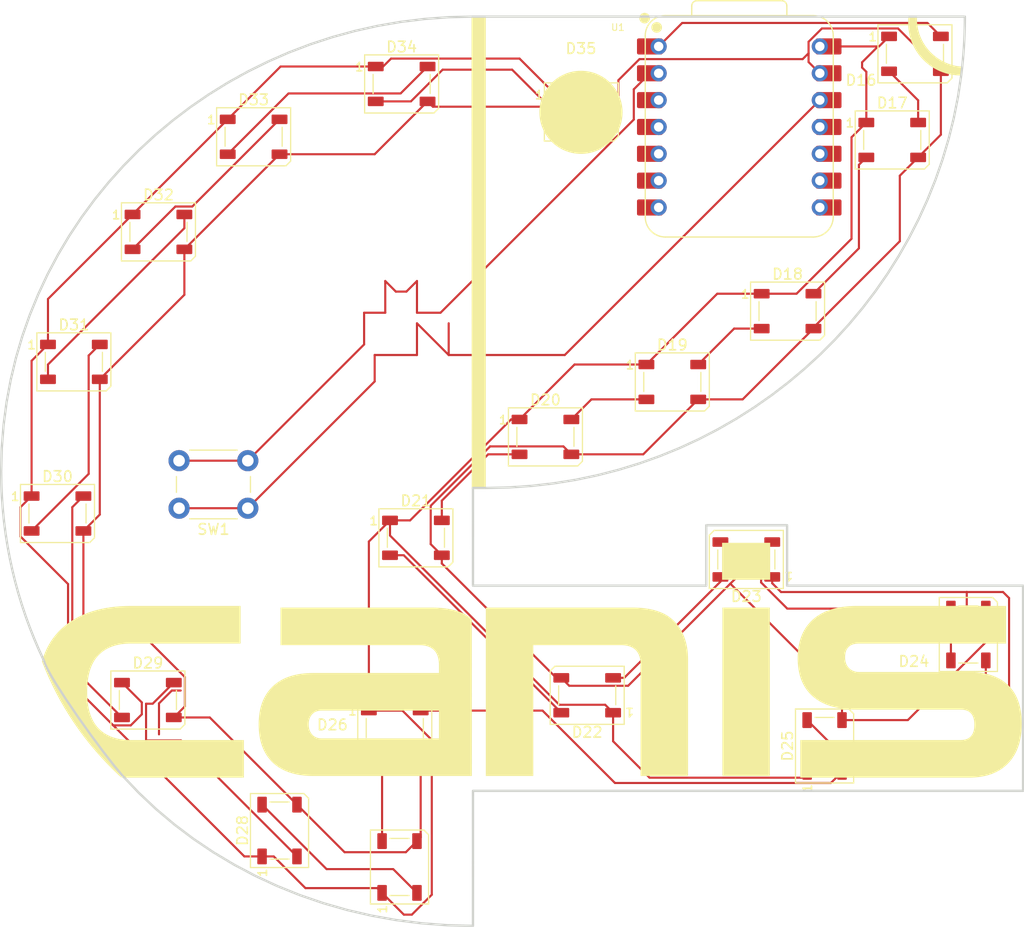
<source format=kicad_pcb>
(kicad_pcb (version 20241229) (generator "pcbnew") (generator_version "9.0")
  (layers (0 "F.Cu" signal) (2 "B.Cu" signal) (13 "F.Paste" user) (15 "B.Paste" user) (5 "F.SilkS" user "F.Silkscreen") (7 "B.SilkS" user "B.Silkscreen") (1 "F.Mask" user) (3 "B.Mask" user) (25 "Edge.Cuts" user))
  (net 0 "")
  (net 1 "Net-(D16-VDD)")
  (net 2 "Net-(D16-DIN)")
  (net 3 "Net-(D16-DOUT)")
  (net 4 "Net-(D16-VSS)")
  (net 5 "Net-(D17-DOUT)")
  (net 6 "Net-(D18-DOUT)")
  (net 7 "Net-(D19-DOUT)")
  (net 8 "Net-(D20-DOUT)")
  (net 9 "Net-(D21-DOUT)")
  (net 10 "Net-(D22-DOUT)")
  (net 11 "Net-(D23-DOUT)")
  (net 12 "Net-(D24-DOUT)")
  (net 13 "Net-(D25-DOUT)")
  (net 14 "Net-(D26-DOUT)")
  (net 15 "Net-(D27-DOUT)")
  (net 16 "Net-(D28-DOUT)")
  (net 17 "Net-(D29-DOUT)")
  (net 18 "Net-(D30-DOUT)")
  (net 19 "Net-(D31-DOUT)")
  (net 20 "Net-(D32-DOUT)")
  (net 21 "Net-(D33-DOUT)")
  (net 22 "Net-(D34-DOUT)")
  (net 27 "Net-(U1-3V3)")
  (net 33 "Net-(U1-GPIO27{slash}ADC1{slash}A1)")
  (footprint "LED_SMD:LED_WS2812B_PLCC4_5.0x5.0mm_P3.2mm" (layer "F.Cu") (at 57.1 71.2 180)
    (property "Reference" "D22")
    (property "Value" "WS2812B")
  )
  (footprint "LED_SMD:LED_WS2812B_PLCC4_5.0x5.0mm_P3.2mm" (layer "F.Cu") (at 56.55 16)
    (property "Reference" "D35")
    (property "Value" "WS2812B")
  )
  (footprint "LED_SMD:LED_WS2812B_PLCC4_5.0x5.0mm_P3.2mm" (layer "F.Cu") (at 25.55 18.35)
    (property "Reference" "D33")
    (property "Value" "WS2812B")
  )
  (footprint "LED_SMD:LED_WS2812B_PLCC4_5.0x5.0mm_P3.2mm" (layer "F.Cu") (at 76.05 34.85)
    (property "Reference" "D18")
    (property "Value" "WS2812B")
  )
  (footprint "LED_SMD:LED_WS2812B_PLCC4_5.0x5.0mm_P3.2mm" (layer "F.Cu") (at 7 54)
    (property "Reference" "D30")
    (property "Value" "WS2812B")
  )
  (footprint "LED_SMD:LED_WS2812B_PLCC4_5.0x5.0mm_P3.2mm" (layer "F.Cu") (at 53.15 46.75)
    (property "Reference" "D20")
    (property "Value" "WS2812B")
  )
  (footprint "LED_SMD:LED_WS2812B_PLCC4_5.0x5.0mm_P3.2mm" (layer "F.Cu") (at 39.35 87.45 90)
    (property "Reference" "D27" (hide yes))
    (property "Value" "WS2812B")
  )
  (footprint "LED_SMD:LED_WS2812B_PLCC4_5.0x5.0mm_P3.2mm" (layer "F.Cu") (at 39.55 13.35)
    (property "Reference" "D34")
    (property "Value" "WS2812B")
  )
  (footprint "LED_SMD:LED_WS2812B_PLCC4_5.0x5.0mm_P3.2mm" (layer "F.Cu") (at 38.9 74.3)
    (property "Reference" "D26")
    (property "Value" "WS2812B")
  )
  (footprint "LED_SMD:LED_WS2812B_PLCC4_5.0x5.0mm_P3.2mm" (layer "F.Cu") (at 15.55 71.65)
    (property "Reference" "D29")
    (property "Value" "WS2812B")
  )
  (footprint "LED_SMD:LED_WS2812B_PLCC4_5.0x5.0mm_P3.2mm" (layer "F.Cu") (at 88.1 10.5)
    (property "Reference" "D16")
    (property "Value" "WS2812B")
  )
  (footprint "XIAO RP2040:XIAO-RP2040-DIP" (layer "F.Cu") (at 71.48 17.42)
    (property "Reference" "U1")
    (property "Value" "XIAO-RP2040-DIP")
  )
  (footprint "LED_SMD:LED_WS2812B_PLCC4_5.0x5.0mm_P3.2mm" (layer "F.Cu") (at 40.9 56.3)
    (property "Reference" "D21")
    (property "Value" "WS2812B")
  )
  (footprint "LED_SMD:LED_WS2812B_PLCC4_5.0x5.0mm_P3.2mm" (layer "F.Cu") (at 28 84 90)
    (property "Reference" "D28")
    (property "Value" "WS2812B")
  )
  (footprint "LED_SMD:LED_WS2812B_PLCC4_5.0x5.0mm_P3.2mm" (layer "F.Cu") (at 72.15 58.35 180)
    (property "Reference" "D23")
    (property "Value" "WS2812B")
  )
  (footprint "LED_SMD:LED_WS2812B_PLCC4_5.0x5.0mm_P3.2mm" (layer "F.Cu") (at 8.55 39.65)
    (property "Reference" "D31")
    (property "Value" "WS2812B")
  )
  (footprint "Button_Switch_THT:SW_PUSH_6mm_H5mm" (layer "F.Cu") (at 25 53.5 180)
    (property "Reference" "SW1")
    (property "Value" "SW_Push")
  )
  (footprint "LED_SMD:LED_WS2812B_PLCC4_5.0x5.0mm_P3.2mm" (layer "F.Cu") (at 85.95 18.65)
    (property "Reference" "D17")
    (property "Value" "WS2812B")
  )
  (footprint "LED_SMD:LED_WS2812B_PLCC4_5.0x5.0mm_P3.2mm" (layer "F.Cu") (at 16.55 27.35)
    (property "Reference" "D32")
    (property "Value" "WS2812B")
  )
  (footprint "LED_SMD:LED_WS2812B_PLCC4_5.0x5.0mm_P3.2mm" (layer "F.Cu") (at 65.15 41.55)
    (property "Reference" "D19")
    (property "Value" "WS2812B")
  )
  (footprint "LED_SMD:LED_WS2812B_PLCC4_5.0x5.0mm_P3.2mm" (layer "F.Cu") (at 93.15 65.45 90)
    (property "Reference" "D24")
    (property "Value" "WS2812B")
  )
  (footprint "LED_SMD:LED_WS2812B_PLCC4_5.0x5.0mm_P3.2mm" (layer "F.Cu") (at 79.55 76 90)
    (property "Reference" "D25")
    (property "Value" "WS2812B")
  )
  (gr_poly (pts (xy 74.405984 60.269271) (xy 69.856534 60.269271) (xy 69.856534 56.772145) (xy 74.405984 56.772145)) (stroke (width -0.000001)) (fill yes) (layer "F.SilkS"))
  (gr_poly (pts (xy 96.720407 66.304532) (xy 82.824104 66.304532) (xy 82.662978 66.30961) (xy 82.586311 66.315957) (xy 82.512242 66.324843) (xy 82.440771 66.336269) (xy 82.371898 66.350233) (xy 82.305623 66.366736) (xy 82.241946 66.385777) (xy 82.180867 66.407358) (xy 82.122386 66.431478) (xy 82.066504 66.458136) (xy 82.01322 66.487333) (xy 81.962534 66.519069) (xy 81.914448 66.553343) (xy 81.868959 66.590157) (xy 81.82607 66.629509) (xy 81.785779 66.6714) (xy 81.748087 66.715829) (xy 81.712994 66.762798) (xy 81.6805 66.812304) (xy 81.650605 66.86435) (xy 81.623309 66.918934) (xy 81.598613 66.976057) (xy 81.576515 67.035718) (xy 81.557018 67.097918) (xy 81.540119 67.162657) (xy 81.52582 67.229934) (xy 81.514121 67.29975) (xy 81.505022 67.372104) (xy 81.498522 67.446997) (xy 81.494622 67.524428) (xy 81.493322 67.604398) (xy 81.494774 67.684555) (xy 81.499131 67.762532) (xy 81.506392 67.838331) (xy 81.516557 67.911952) (xy 81.529625 67.983396) (xy 81.545597 68.052662) (xy 81.564473 68.119752) (xy 81.586251 68.184666) (xy 81.610932 68.247405) (xy 81.638515 68.30797) (xy 81.669001 68.36636) (xy 81.702389 68.422577) (xy 81.738679 68.476622) (xy 81.77787 68.528494) (xy 81.819963 68.578194) (xy 81.864957 68.625724) (xy 81.912242 68.670712) (xy 81.961211 68.71279) (xy 82.011864 68.751957) (xy 82.064202 68.788216) (xy 82.118227 68.821567) (xy 82.173939 68.852011) (xy 82.231339 68.879551) (xy 82.29043 68.904186) (xy 82.351211 68.925919) (xy 82.413684 68.944751) (xy 82.47785 68.960681) (xy 82.543711 68.973713) (xy 82.611266 68.983847) (xy 82.680517 68.991084) (xy 82.751466 68.995425) (xy 82.824114 68.996872) (xy 93.223125 68.996872) (xy 93.520461 69.001769) (xy 93.808972 69.01646) (xy 94.088659 69.040946) (xy 94.359522 69.075225) (xy 94.621562 69.119299) (xy 94.874778 69.173166) (xy 95.119172 69.236827) (xy 95.354744 69.310282) (xy 95.581494 69.39353) (xy 95.799422 69.486571) (xy 96.00853 69.589406) (xy 96.208818 69.702034) (xy 96.400285 69.824455) (xy 96.582933 69.956669) (xy 96.756762 70.098676) (xy 96.921773 70.250476) (xy 97.077292 70.41158) (xy 97.222772 70.581502) (xy 97.358213 70.760242) (xy 97.483617 70.947802) (xy 97.598983 71.144184) (xy 97.704314 71.34939) (xy 97.799609 71.563419) (xy 97.88487 71.786275) (xy 97.960097 72.017958) (xy 98.025291 72.25847) (xy 98.080453 72.507813) (xy 98.125584 72.765987) (xy 98.160685 73.032994) (xy 98.185755 73.308836) (xy 98.200797 73.593514) (xy 98.205811 73.88703) (xy 98.200733 74.184597) (xy 98.185499 74.473827) (xy 98.16011 74.754721) (xy 98.124565 75.027277) (xy 98.078865 75.291494) (xy 98.02301 75.547373) (xy 97.956999 75.794912) (xy 97.880834 76.034111) (xy 97.794514 76.264968) (xy 97.698039 76.487484) (xy 97.591409 76.701657) (xy 97.474625 76.907487) (xy 97.347686 77.104973) (xy 97.210593 77.294114) (xy 97.063346 77.47491) (xy 96.905945 77.64736) (xy 96.739304 77.810378) (xy 96.564186 77.962878) (xy 96.380593 78.104861) (xy 96.188526 78.236327) (xy 95.987986 78.357275) (xy 95.778974 78.467707) (xy 95.561491 78.56762) (xy 95.335538 78.657017) (xy 95.101116 78.735896) (xy 94.858227 78.804258) (xy 94.606871 78.862103) (xy 94.347049 78.90943) (xy 94.078762 78.94624) (xy 93.802012 78.972533) (xy 93.516799 78.988309) (xy 93.223125 78.993568) (xy 77.253423 78.993568) (xy 77.253418 78.993558) (xy 77.253418 75.434509) (xy 92.418741 75.434509) (xy 92.498709 75.433088) (xy 92.576139 75.428826) (xy 92.65103 75.421723) (xy 92.723382 75.411779) (xy 92.793196 75.398994) (xy 92.86047 75.383367) (xy 92.925206 75.3649) (xy 92.987403 75.343591) (xy 93.047061 75.319442) (xy 93.10418 75.292452) (xy 93.158761 75.26262) (xy 93.210803 75.229948) (xy 93.260306 75.194434) (xy 93.30727 75.15608) (xy 93.351696 75.114885) (xy 93.393583 75.07085) (xy 93.432932 75.023973) (xy 93.469741 74.974256) (xy 93.504012 74.921698) (xy 93.535745 74.866299) (xy 93.564938 74.80806) (xy 93.591593 74.74698) (xy 93.61571 74.683059) (xy 93.637288 74.616298) (xy 93.656327 74.546696) (xy 93.672827 74.474254) (xy 93.68679 74.398971) (xy 93.698213 74.320848) (xy 93.707098 74.239884) (xy 93.713444 74.15608) (xy 93.717252 74.069435) (xy 93.718521 73.97995) (xy 93.713444 73.807547) (xy 93.698213 73.646266) (xy 93.68679 73.569797) (xy 93.672828 73.496108) (xy 93.656328 73.425201) (xy 93.637289 73.357074) (xy 93.615711 73.291727) (xy 93.591595 73.229162) (xy 93.564941 73.169377) (xy 93.535747 73.112373) (xy 93.504015 73.05815) (xy 93.469744 73.006707) (xy 93.432935 72.958045) (xy 93.393587 72.912164) (xy 93.3517 72.869063) (xy 93.307274 72.828743) (xy 93.26031 72.791204) (xy 93.210807 72.756446) (xy 93.158765 72.724468) (xy 93.104184 72.695271) (xy 93.047065 72.668855) (xy 92.987407 72.645219) (xy 92.92521 72.624364) (xy 92.860474 72.60629) (xy 92.793199 72.590996) (xy 92.723385 72.578483) (xy 92.651032 72.568751) (xy 92.576141 72.561799) (xy 92.49871 72.557628) (xy 92.418741 72.556238) (xy 82.607649 72.556238) (xy 82.268557 72.551341) (xy 81.939855 72.536649) (xy 81.621545 72.512163) (xy 81.313628 72.477884) (xy 81.016103 72.43381) (xy 80.728972 72.379942) (xy 80.452234 72.316281) (xy 80.185891 72.242826) (xy 79.929944 72.159577) (xy 79.684392 72.066535) (xy 79.449237 71.9637) (xy 79.224479 71.851072) (xy 79.010118 71.72865) (xy 78.806156 71.596436) (xy 78.612592 71.454429) (xy 78.429428 71.302629) (xy 78.257025 71.141714) (xy 78.095745 70.972206) (xy 77.945587 70.794105) (xy 77.806553 70.607413) (xy 77.678641 70.412128) (xy 77.561852 70.208252) (xy 77.456186 69.995784) (xy 77.361643 69.774725) (xy 77.278222 69.545074) (xy 77.205924 69.306833) (xy 77.144749 69.060001) (xy 77.094697 68.804579) (xy 77.055768 68.540567) (xy 77.027961 68.267965) (xy 77.011277 67.986773) (xy 77.005715 67.696992) (xy 77.01134 67.403448) (xy 77.028213 67.118477) (xy 77.056333 66.842078) (xy 77.0957 66.574253) (xy 77.146311 66.315005) (xy 77.208166 66.064333) (xy 77.281263 65.82224) (xy 77.365602 65.588727) (xy 77.461181 65.363796) (xy 77.567998 65.147447) (xy 77.686054 64.939683) (xy 77.815345 64.740505) (xy 77.955872 64.549913) (xy 78.107633 64.367911) (xy 78.270627 64.194498) (xy 78.444853 64.029677) (xy 78.629785 63.874153) (xy 78.824747 63.728659) (xy 79.029738 63.593198) (xy 79.244761 63.467768) (xy 79.469815 63.352371) (xy 79.704902 63.247006) (xy 79.95002 63.151675) (xy 80.205172 63.066377) (xy 80.470358 62.991112) (xy 80.745579 62.925882) (xy 81.030834 62.870686) (xy 81.326126 62.825525) (xy 81.631453 62.7904) (xy 81.946817 62.765309) (xy 82.272219 62.750255) (xy 82.607659 62.745237) (xy 96.720407 62.745237)) (stroke (width -0.000001)) (fill yes) (layer "F.SilkS"))
  (gr_poly (pts (xy 24.321689 66.304442) (xy 13.953929 66.304442) (xy 13.706139 66.308792) (xy 13.465722 66.321844) (xy 13.23268 66.343599) (xy 13.007013 66.374057) (xy 12.788722 66.413219) (xy 12.577808 66.461087) (xy 12.374273 66.517661) (xy 12.178116 66.582942) (xy 11.989339 66.656932) (xy 11.807943 66.739631) (xy 11.633929 66.83104) (xy 11.467298 66.931161) (xy 11.308051 67.039993) (xy 11.156188 67.157539) (xy 11.011711 67.283799) (xy 10.874621 67.418774) (xy 10.745302 67.562864) (xy 10.624322 67.716622) (xy 10.511683 67.880049) (xy 10.407384 68.053145) (xy 10.311427 68.235912) (xy 10.223811 68.428349) (xy 10.144537 68.630457) (xy 10.073605 68.842237) (xy 10.011017 69.06369) (xy 9.956772 69.294815) (xy 9.910872 69.535614) (xy 9.873315 69.786087) (xy 9.844104 70.046235) (xy 9.823238 70.316058) (xy 9.810719 70.595557) (xy 9.806545 70.884733) (xy 9.810719 71.170185) (xy 9.823238 71.446207) (xy 9.844104 71.712798) (xy 9.873315 71.969958) (xy 9.910872 72.217687) (xy 9.956772 72.455985) (xy 10.011017 72.684852) (xy 10.073605 72.904287) (xy 10.144537 73.114292) (xy 10.223811 73.314865) (xy 10.311427 73.506008) (xy 10.407384 73.687719) (xy 10.511683 73.859999) (xy 10.624322 74.022848) (xy 10.745302 74.176266) (xy 10.874621 74.320252) (xy 11.011711 74.455159) (xy 11.156188 74.581367) (xy 11.308051 74.698875) (xy 11.467298 74.807682) (xy 11.633929 74.907788) (xy 11.807943 74.999193) (xy 11.989339 75.081895) (xy 12.178116 75.155894) (xy 12.374273 75.221189) (xy 12.577808 75.277781) (xy 12.788722 75.325667) (xy 13.007013 75.364849) (xy 13.23268 75.395324) (xy 13.465722 75.417093) (xy 13.706139 75.430155) (xy 13.953929 75.434509) (xy 24.631155 75.434509) (xy 24.631155 78.993393) (xy 13.953927 78.993393) (xy 13.711676 78.991623) (xy 13.472608 78.986308) (xy 13.236709 78.977442) (xy 13.003962 78.965016) (xy 13.003964 78.965011) (xy 12.36994 78.363502) (xy 11.759183 77.750362) (xy 11.171471 77.125699) (xy 10.606586 76.489623) (xy 10.064307 75.842246) (xy 9.544415 75.183675) (xy 9.04669 74.514022) (xy 8.570912 73.833396) (xy 8.116862 73.141906) (xy 7.684319 72.439663) (xy 7.273065 71.726776) (xy 6.882878 71.003356) (xy 6.513541 70.269512) (xy 6.164832 69.525353) (xy 5.836532 68.77099) (xy 5.528421 68.006533) (xy 5.528339 68.006453) (xy 5.601051 67.764281) (xy 5.680378 67.527707) (xy 5.76632 67.296732) (xy 5.858875 67.071355) (xy 5.958045 66.851578) (xy 6.063828 66.637399) (xy 6.176224 66.42882) (xy 6.295234 66.225841) (xy 6.420856 66.028462) (xy 6.553092 65.836682) (xy 6.691939 65.650503) (xy 6.837399 65.469925) (xy 6.989471 65.294947) (xy 7.148155 65.125571) (xy 7.31345 64.961796) (xy 7.485356 64.803622) (xy 7.782656 64.554331) (xy 8.094219 64.321127) (xy 8.420045 64.104011) (xy 8.760134 63.902981) (xy 9.114487 63.718036) (xy 9.483104 63.549178) (xy 9.865987 63.396404) (xy 10.263135 63.259714) (xy 10.674548 63.139107) (xy 11.100228 63.034583) (xy 11.540175 62.946142) (xy 11.994389 62.873782) (xy 12.462871 62.817503) (xy 12.945622 62.777305) (xy 13.44264 62.753186) (xy 13.953929 62.745147) (xy 24.321689 62.745147)) (stroke (width -0.000001)) (fill yes) (layer "F.SilkS"))
  (gr_poly (pts (xy 87.489043 6.999941) (xy 88.288592 7.000023) (xy 88.287321 7.040519) (xy 88.286419 7.081069) (xy 88.285825 7.121697) (xy 88.28548 7.162424) (xy 88.290553 7.387974) (xy 88.306479 7.610712) (xy 88.333002 7.830381) (xy 88.369864 8.046724) (xy 88.416809 8.259483) (xy 88.47358 8.4684) (xy 88.539921 8.673217) (xy 88.615574 8.873678) (xy 88.700284 9.069525) (xy 88.793792 9.260499) (xy 88.895843 9.446344) (xy 89.00618 9.626802) (xy 89.124545 9.801615) (xy 89.250683 9.970526) (xy 89.384336 10.133277) (xy 89.525248 10.289611) (xy 89.673162 10.43927) (xy 89.827821 10.581997) (xy 89.988969 10.717533) (xy 90.156348 10.845622) (xy 90.329703 10.966005) (xy 90.508776 11.078426) (xy 90.69331 11.182627) (xy 90.883049 11.278349) (xy 91.077736 11.365336) (xy 91.277115 11.443331) (xy 91.480928 11.512074) (xy 91.688919 11.571309) (xy 91.900831 11.620779) (xy 92.116407 11.660226) (xy 92.335391 11.689391) (xy 92.557526 11.708018) (xy 92.460575 12.544794) (xy 92.446723 12.544984) (xy 92.432845 12.545081) (xy 92.405051 12.545122) (xy 92.149983 12.538167) (xy 91.898272 12.518509) (xy 91.650231 12.486461) (xy 91.40617 12.442338) (xy 91.166401 12.386452) (xy 90.931237 12.319117) (xy 90.70099 12.240645) (xy 90.475971 12.15135) (xy 90.256491 12.051546) (xy 90.042864 11.941546) (xy 89.8354 11.821663) (xy 89.634411 11.69221) (xy 89.44021 11.553501) (xy 89.253107 11.405848) (xy 89.073416 11.249566) (xy 88.901447 11.084967) (xy 88.737513 10.912365) (xy 88.581925 10.732072) (xy 88.434996 10.544403) (xy 88.297036 10.349671) (xy 88.168358 10.148189) (xy 88.049274 9.940269) (xy 87.940095 9.726227) (xy 87.841134 9.506373) (xy 87.752701 9.281023) (xy 87.67511 9.050489) (xy 87.608671 8.815085) (xy 87.553697 8.575124) (xy 87.510499 8.330918) (xy 87.47939 8.082783) (xy 87.46068 7.831029) (xy 87.454682 7.575972) (xy 87.455385 7.503046) (xy 87.457121 7.430372) (xy 87.459888 7.357956) (xy 87.463681 7.285803) (xy 87.468497 7.213919) (xy 87.474332 7.14231) (xy 87.481182 7.070982) (xy 87.489043 6.99994)) (stroke (width -0.000001)) (fill yes) (layer "F.SilkS"))
  (gr_poly (pts (xy 61.743352 62.905268) (xy 62.066581 62.921045) (xy 62.378322 62.947339) (xy 62.678577 62.984152) (xy 62.967344 63.031483) (xy 63.244623 63.089334) (xy 63.510414 63.157704) (xy 63.764716 63.236593) (xy 64.007529 63.326003) (xy 64.238852 63.425934) (xy 64.458686 63.536385) (xy 64.66703 63.657358) (xy 64.863884 63.788852) (xy 65.049246 63.930868) (xy 65.223118 64.083407) (xy 65.385498 64.246468) (xy 65.537297 64.418081) (xy 65.679304 64.596338) (xy 65.811519 64.781241) (xy 65.93394 64.97279) (xy 66.046569 65.170986) (xy 66.149404 65.37583) (xy 66.242446 65.587323) (xy 66.325694 65.805466) (xy 66.399149 66.030259) (xy 66.462811 66.261703) (xy 66.516678 66.4998) (xy 66.560752 66.744549) (xy 66.595032 66.995952) (xy 66.619518 67.25401) (xy 66.634209 67.518723) (xy 66.639106 67.790092) (xy 66.639106 78.838875) (xy 62.151419 78.838875) (xy 62.151419 68.316339) (xy 62.149606 68.202073) (xy 62.144167 68.091436) (xy 62.135102 67.984428) (xy 62.12241 67.881049) (xy 62.106092 67.781298) (xy 62.086147 67.685176) (xy 62.062576 67.592682) (xy 62.035378 67.503817) (xy 62.004553 67.418579) (xy 61.970102 67.33697) (xy 61.932023 67.258989) (xy 61.890318 67.184636) (xy 61.844985 67.113911) (xy 61.796025 67.046813) (xy 61.743438 66.983343) (xy 61.687223 66.923501) (xy 61.627381 66.867287) (xy 61.563911 66.814699) (xy 61.496813 66.765739) (xy 61.426088 66.720407) (xy 61.351735 66.678701) (xy 61.273754 66.640622) (xy 61.192145 66.606171) (xy 61.106908 66.575346) (xy 61.018042 66.548148) (xy 60.925548 66.524577) (xy 60.829426 66.504632) (xy 60.729675 66.488314) (xy 60.626296 66.475622) (xy 60.519288 66.466557) (xy 60.408651 66.461118) (xy 60.294385 66.459305) (xy 52.000031 66.459305) (xy 52.000031 78.838875) (xy 47.512424 78.838875) (xy 47.512424 78.83887) (xy 47.512424 62.900009) (xy 61.408637 62.900009)) (stroke (width -0.000001)) (fill yes) (layer "F.SilkS"))
  (gr_poly (pts (xy 56.714335 12.107084) (xy 56.913951 12.122283) (xy 57.110679 12.14731) (xy 57.30427 12.181919) (xy 57.494478 12.225862) (xy 57.681054 12.278891) (xy 57.863749 12.340757) (xy 58.042317 12.411214) (xy 58.216509 12.490012) (xy 58.386077 12.576905) (xy 58.550774 12.671645) (xy 58.710351 12.773983) (xy 58.864561 12.883672) (xy 59.013155 13.000464) (xy 59.155886 13.124112) (xy 59.292505 13.254366) (xy 59.422766 13.39098) (xy 59.546419 13.533705) (xy 59.663217 13.682294) (xy 59.772913 13.836499) (xy 59.875257 13.996073) (xy 59.970003 14.160766) (xy 60.056902 14.330331) (xy 60.135706 14.504521) (xy 60.206168 14.683088) (xy 60.268039 14.865783) (xy 60.321072 15.052359) (xy 60.365018 15.242569) (xy 60.39963 15.436163) (xy 60.42466 15.632895) (xy 60.43986 15.832517) (xy 60.444981 16.03478) (xy 60.43986 16.237036) (xy 60.42466 16.436651) (xy 60.39963 16.633378) (xy 60.365018 16.826968) (xy 60.321072 17.017173) (xy 60.268039 17.203746) (xy 60.206168 17.386439) (xy 60.135706 17.565004) (xy 60.056902 17.739193) (xy 59.970003 17.908758) (xy 59.875257 18.073451) (xy 59.772913 18.233024) (xy 59.663217 18.38723) (xy 59.546419 18.53582) (xy 59.422766 18.678547) (xy 59.292505 18.815163) (xy 59.155886 18.94542) (xy 59.013155 19.069069) (xy 58.864561 19.185863) (xy 58.710351 19.295555) (xy 58.550774 19.397896) (xy 58.386077 19.492638) (xy 58.216509 19.579534) (xy 58.042317 19.658335) (xy 57.863749 19.728794) (xy 57.681054 19.790662) (xy 57.494478 19.843693) (xy 57.30427 19.887637) (xy 57.110679 19.922248) (xy 56.913951 19.947276) (xy 56.714335 19.962475) (xy 56.512079 19.967597) (xy 56.309831 19.962475) (xy 56.110222 19.947276) (xy 55.913502 19.922248) (xy 55.719917 19.887637) (xy 55.529715 19.843693) (xy 55.343146 19.790662) (xy 55.160455 19.728794) (xy 54.981892 19.658335) (xy 54.807705 19.579534) (xy 54.638141 19.492638) (xy 54.473448 19.397896) (xy 54.313874 19.295555) (xy 54.159668 19.185863) (xy 54.011077 19.069069) (xy 53.868348 18.94542) (xy 53.731731 18.815163) (xy 53.601472 18.678547) (xy 53.477821 18.535821) (xy 53.361024 18.38723) (xy 53.25133 18.233024) (xy 53.148986 18.073451) (xy 53.054242 17.908758) (xy 52.967343 17.739193) (xy 52.88854 17.565004) (xy 52.818079 17.386439) (xy 52.756208 17.203747) (xy 52.703175 17.017173) (xy 52.659229 16.826968) (xy 52.624617 16.633378) (xy 52.599587 16.436652) (xy 52.584388 16.237036) (xy 52.579266 16.034781) (xy 52.584388 15.832517) (xy 52.599587 15.632896) (xy 52.624617 15.436164) (xy 52.659229 15.242569) (xy 52.703175 15.05236) (xy 52.756207 14.865784) (xy 52.818078 14.683088) (xy 52.888539 14.504522) (xy 52.967343 14.330332) (xy 53.054241 14.160766) (xy 53.148985 13.996073) (xy 53.251329 13.8365) (xy 53.361022 13.682295) (xy 53.477819 13.533706) (xy 53.601471 13.39098) (xy 53.731729 13.254366) (xy 53.868346 13.124112) (xy 54.011075 13.000465) (xy 54.159666 12.883673) (xy 54.313872 12.773984) (xy 54.473446 12.671646) (xy 54.638139 12.576906) (xy 54.807703 12.490013) (xy 54.98189 12.411214) (xy 55.160453 12.340758) (xy 55.343144 12.278891) (xy 55.529714 12.225863) (xy 55.719915 12.18192) (xy 55.913501 12.147311) (xy 56.110221 12.122283) (xy 56.30983 12.107085) (xy 56.512079 12.101964) (xy 56.512079 12.101963)) (stroke (width -0.000001)) (fill yes) (layer "F.SilkS"))
  (gr_poly (pts (xy 74.375067 78.838875) (xy 69.887461 78.838875) (xy 69.887461 78.83887) (xy 69.887461 62.900009) (xy 74.375067 62.900009)) (stroke (width -0.000001)) (fill yes) (layer "F.SilkS"))
  (gr_poly (pts (xy 42.71424 62.904154) (xy 43.02138 62.916855) (xy 43.317708 62.938025) (xy 43.603224 62.967661) (xy 43.877928 63.005765) (xy 44.141821 63.052336) (xy 44.394901 63.107373) (xy 44.63717 63.170876) (xy 44.868626 63.242846) (xy 45.089269 63.323281) (xy 45.2991 63.412182) (xy 45.498118 63.509548) (xy 45.686323 63.61538) (xy 45.863715 63.729676) (xy 46.030294 63.852436) (xy 46.18606 63.983661) (xy 46.192952 78.83879) (xy 31.192736 78.83879) (xy 30.883942 78.833834) (xy 30.584345 78.818966) (xy 30.293941 78.794184) (xy 30.01273 78.75949) (xy 29.740712 78.714881) (xy 29.477883 78.660357) (xy 29.224245 78.595918) (xy 28.979794 78.521563) (xy 28.74453 78.437292) (xy 28.518452 78.343103) (xy 28.301559 78.238997) (xy 28.093849 78.124973) (xy 27.895321 78.001029) (xy 27.705974 77.867167) (xy 27.525807 77.723384) (xy 27.354818 77.56968) (xy 27.193692 77.406876) (xy 27.042961 77.235608) (xy 26.902624 77.055875) (xy 26.772681 76.867678) (xy 26.653133 76.671016) (xy 26.543981 76.465889) (xy 26.445223 76.252297) (xy 26.35686 76.030241) (xy 26.278892 75.799719) (xy 26.21132 75.560732) (xy 26.154143 75.31328) (xy 26.107362 75.057362) (xy 26.070976 74.792979) (xy 26.044986 74.52013) (xy 26.029392 74.238815) (xy 26.024197 73.949195) (xy 30.759587 73.949195) (xy 30.760853 74.02184) (xy 30.764651 74.092788) (xy 30.770984 74.162038) (xy 30.779852 74.229592) (xy 30.791255 74.295452) (xy 30.805196 74.359617) (xy 30.821675 74.42209) (xy 30.840694 74.48287) (xy 30.862253 74.54196) (xy 30.886353 74.599361) (xy 30.912996 74.655073) (xy 30.942183 74.709097) (xy 30.973914 74.761435) (xy 31.008191 74.812088) (xy 31.045015 74.861057) (xy 31.084387 74.908342) (xy 31.126017 74.953335) (xy 31.169706 74.995425) (xy 31.215452 75.034613) (xy 31.263257 75.070898) (xy 31.31312 75.10428) (xy 31.365041 75.13476) (xy 31.419019 75.162336) (xy 31.475054 75.18701) (xy 31.533146 75.208782) (xy 31.593294 75.22765) (xy 31.655499 75.243616) (xy 31.719761 75.256678) (xy 31.786078 75.266838) (xy 31.854451 75.274096) (xy 31.92488 75.27845) (xy 31.997363 75.279901) (xy 43.076978 75.279901) (xy 43.076978 72.649244) (xy 31.997363 72.649244) (xy 31.92488 72.650633) (xy 31.854451 72.6548) (xy 31.786078 72.661745) (xy 31.719761 72.67147) (xy 31.655499 72.683974) (xy 31.593294 72.699257) (xy 31.533146 72.717321) (xy 31.475054 72.738165) (xy 31.419019 72.761789) (xy 31.365041 72.788195) (xy 31.31312 72.817382) (xy 31.263257 72.849351) (xy 31.215452 72.884102) (xy 31.169706 72.921635) (xy 31.126017 72.961952) (xy 31.084387 73.005051) (xy 31.045015 73.050447) (xy 31.008191 73.097653) (xy 30.973914 73.14667) (xy 30.942183 73.1975) (xy 30.912996 73.250142) (xy 30.886353 73.304599) (xy 30.862253 73.360872) (xy 30.840694 73.418961) (xy 30.821675 73.478867) (xy 30.805196 73.540592) (xy 30.791255 73.604137) (xy 30.779852 73.669503) (xy 30.770984 73.73669) (xy 30.764651 73.805701) (xy 30.760853 73.876535) (xy 30.759587 73.949195) (xy 26.024197 73.949195) (xy 26.024194 73.949034) (xy 26.029392 73.662975) (xy 26.044986 73.385136) (xy 26.070976 73.115519) (xy 26.107362 72.854123) (xy 26.154143 72.60095) (xy 26.21132 72.356) (xy 26.278892 72.119274) (xy 26.35686 71.890772) (xy 26.445223 71.670494) (xy 26.543981 71.458443) (xy 26.653133 71.254617) (xy 26.772681 71.059018) (xy 26.902624 70.871646) (xy 27.042961 70.692503) (xy 27.193692 70.521588) (xy 27.354818 70.358902) (xy 27.525807 70.205198) (xy 27.705974 70.061414) (xy 27.895321 69.92755) (xy 28.093849 69.803607) (xy 28.301559 69.689582) (xy 28.518452 69.585475) (xy 28.74453 69.491286) (xy 28.979794 69.407015) (xy 29.224245 69.33266) (xy 29.477883 69.268221) (xy 29.740712 69.213697) (xy 30.01273 69.169088) (xy 30.293941 69.134393) (xy 30.584345 69.109612) (xy 30.883942 69.094743) (xy 31.192736 69.089787) (xy 43.076897 69.089787) (xy 43.076897 68.34709) (xy 43.075084 68.230939) (xy 43.069644 68.118476) (xy 43.060578 68.0097) (xy 43.047886 67.904612) (xy 43.031567 67.803211) (xy 43.011621 67.705498) (xy 42.988049 67.611472) (xy 42.960851 67.521134) (xy 42.930027 67.434483) (xy 42.895576 67.35152) (xy 42.857499 67.272244) (xy 42.815796 67.196655) (xy 42.770467 67.124754) (xy 42.721511 67.05654) (xy 42.66893 66.992013) (xy 42.612722 66.931174) (xy 42.552889 66.874022) (xy 42.489429 66.820558) (xy 42.422343 66.770781) (xy 42.351631 66.724691) (xy 42.277294 66.682288) (xy 42.19933 66.643573) (xy 42.117741 66.608545) (xy 42.032525 66.577204) (xy 41.943684 66.54955) (xy 41.851217 66.525583) (xy 41.755124 66.505304) (xy 41.655406 66.488712) (xy 41.552062 66.475807) (xy 41.445092 66.466589) (xy 41.334496 66.461059) (xy 41.220275 66.459215) (xy 28.097598 66.459215) (xy 28.097515 62.89992) (xy 42.396289 62.89992)) (stroke (width -0.000001)) (fill yes) (layer "F.SilkS"))
  (gr_poly (pts (xy 47.512424 51.679798) (xy 46.180483 51.679798) (xy 46.180483 51.679803) (xy 46.17975 50.096635) (xy 46.160474 7.000102) (xy 47.512424 6.999938)) (stroke (width -0.000001)) (fill yes) (layer "F.SilkS"))
  (gr_poly (pts (xy 88.312096 6.97675) (xy 92.821599 6.97675) (xy 92.817673 7.571064) (xy 92.805926 8.163522) (xy 92.7864 8.754078) (xy 92.759141 9.342682) (xy 92.724192 9.929287) (xy 92.681598 10.513844) (xy 92.631403 11.096307) (xy 92.57365 11.676626) (xy 92.47686 12.511925) (xy 92.47686 12.512007) (xy 92.17051 14.56158) (xy 91.771054 16.579786) (xy 91.280733 18.564418) (xy 90.701786 20.513263) (xy 90.036455 22.424113) (xy 89.28698 24.294756) (xy 88.455602 26.122985) (xy 87.544562 27.906587) (xy 86.556099 29.643354) (xy 85.492455 31.331074) (xy 84.355871 32.967539) (xy 83.148586 34.550537) (xy 81.872841 36.07786) (xy 80.530878 37.547296) (xy 79.124936 38.956637) (xy 77.657257 40.303671) (xy 76.13008 41.586189) (xy 74.545647 42.801981) (xy 72.906198 43.948836) (xy 71.213974 45.024545) (xy 69.471214 46.026898) (xy 67.680161 46.953685) (xy 65.843054 47.802695) (xy 63.962135 48.571718) (xy 62.039643 49.258545) (xy 60.077819 49.860965) (xy 58.078904 50.376769) (xy 56.045139 50.803746) (xy 53.978764 51.139687) (xy 51.882019 51.38238) (xy 49.757146 51.529617) (xy 47.606385 51.579187) (xy 46.295767 51.579187) (xy 46.295767 51.579178) (xy 46.295687 51.579178) (xy 46.295691 51.579187) (xy 46.295767 51.579187) (xy 46.297243 60.828423) (xy 68.358793 60.828423) (xy 68.358793 55.10968) (xy 76.006336 55.10968) (xy 76.006336 60.828423) (xy 98.322888 60.828423) (xy 98.322888 80.24423) (xy 46.297248 80.24423) (xy 46.297248 80.729958) (xy 46.295691 93.020529) (xy 43.844478 92.959684) (xy 41.424357 92.776612) (xy 39.039525 92.473882) (xy 36.69418 92.054059) (xy 34.392518 91.51971) (xy 32.138737 90.873401) (xy 29.937032 90.117699) (xy 27.791601 89.25517) (xy 25.706641 88.28838) (xy 23.686348 87.219897) (xy 21.73492 86.052287) (xy 19.856553 84.788115) (xy 18.055445 83.429949) (xy 16.335792 81.980355) (xy 14.701791 80.4419) (xy 13.157639 78.81715) (xy 12.344785 77.847374) (xy 11.303077 76.506422) (xy 10.129802 74.923072) (xy 8.922248 73.2261) (xy 7.777701 71.544284) (xy 6.793449 70.0064) (xy 6.391835 69.331676) (xy 6.066777 68.741227) (xy 5.830437 68.251149) (xy 5.694974 67.877541) (xy 5.695057 67.877706) (xy 5.224815 66.850836) (xy 4.781742 65.810115) (xy 4.36627 64.755959) (xy 3.978832 63.688785) (xy 3.619861 62.609011) (xy 3.289788 61.517051) (xy 2.989047 60.413324) (xy 2.71807 59.298246) (xy 2.477289 58.172234) (xy 2.267137 57.035704) (xy 2.088047 55.889073) (xy 1.940451 54.732757) (xy 1.824781 53.567174) (xy 1.741471 52.392739) (xy 1.690952 51.209871) (xy 1.673657 50.018984) (xy 1.730678 47.805033) (xy 1.901919 45.620096) (xy 2.184578 43.466879) (xy 2.575854 41.348086) (xy 3.072946 39.26642) (xy 3.673052 37.224586) (xy 4.373372 35.225288) (xy 5.171103 33.27123) (xy 6.063445 31.365117) (xy 7.047596 29.509653) (xy 8.120755 27.707541) (xy 9.280121 25.961486) (xy 10.522892 24.274193) (xy 11.846267 22.648365) (xy 13.247444 21.086707) (xy 14.723624 19.591922) (xy 16.272003 18.166716) (xy 17.889781 16.813791) (xy 19.574156 15.535854) (xy 21.322328 14.335606) (xy 23.131495 13.215754) (xy 24.998855 12.179) (xy 26.921608 11.22805) (xy 28.896951 10.365607) (xy 30.922085 9.594376) (xy 32.994206 8.91706) (xy 35.110515 8.336364) (xy 37.268209 7.854993) (xy 39.464488 7.47565) (xy 41.69655 7.201039) (xy 43.961594 7.033865) (xy 46.256818 6.976832) (xy 87.513956 6.976668)) (stroke (width 0.222276)) (fill no) (layer "Edge.Cuts"))
  (segment (start 17.8161 70.751) (end 18.65 70.751) (width 0.2) (layer "F.Cu") (net 0))
  (segment (start 16.6 71.9671) (end 17.8161 70.751) (width 0.2) (layer "F.Cu") (net 0))
  (segment (start 16.6 74.9) (end 16.6 71.9671) (width 0.2) (layer "F.Cu") (net 0))
  (segment (start 14.975452 71.875452) (end 13.1 70) (width 0.2) (layer "F.Cu") (net 1))
  (segment (start 7.998 69.773452) (end 12.275548 74.051) (width 0.2) (layer "F.Cu") (net 1))
  (segment (start 39.625452 72.65) (end 42.401 75.425548) (width 0.2) (layer "F.Cu") (net 1))
  (segment (start 27.45 86.45) (end 26.35 86.45) (width 0.2) (layer "F.Cu") (net 1))
  (segment (start 93 61.429423) (end 93 64) (width 0.2) (layer "F.Cu") (net 1))
  (segment (start 77.35 79) (end 77.9 78.45) (width 0.2) (layer "F.Cu") (net 1))
  (segment (start 74.6 60.6) (end 75.429423 61.429423) (width 0.2) (layer "F.Cu") (net 1))
  (segment (start 83.5 17) (end 82.1 18.4) (width 0.2) (layer "F.Cu") (net 1))
  (segment (start 6.1 38) (end 6.1 33.7) (width 0.2) (layer "F.Cu") (net 1))
  (segment (start 3.499 56.174452) (end 7.998 60.673452) (width 0.2) (layer "F.Cu") (net 1))
  (segment (start 75.429423 61.429423) (end 93 61.429423) (width 0.2) (layer "F.Cu") (net 1))
  (segment (start 3.499 53.401) (end 3.499 56.174452) (width 0.2) (layer "F.Cu") (net 1))
  (segment (start 58.799 72.099) (end 54.4661 72.099) (width 0.2) (layer "F.Cu") (net 1))
  (segment (start 49.9 45.1) (end 40.35 54.65) (width 0.2) (layer "F.Cu") (net 1))
  (segment (start 79.1 9.8) (end 84.6 9.8) (width 0.2) (layer "F.Cu") (net 1))
  (segment (start 13.924452 74.051) (end 14.975452 73) (width 0.2) (layer "F.Cu") (net 1))
  (segment (start 24.674548 86.45) (end 12.275548 74.051) (width 0.2) (layer "F.Cu") (net 1))
  (segment (start 28.1 11.7) (end 37.1 11.7) (width 0.2) (layer "F.Cu") (net 1))
  (segment (start 50.7 45.1) (end 49.9 45.1) (width 0.2) (layer "F.Cu") (net 1))
  (segment (start 83.1 11.8) (end 83.5 12.2) (width 0.2) (layer "F.Cu") (net 1))
  (segment (start 59.55 72.85) (end 58.799 72.099) (width 0.2) (layer "F.Cu") (net 1))
  (segment (start 36.45 72.65) (end 39.625452 72.65) (width 0.2) (layer "F.Cu") (net 1))
  (segment (start 42.401 90.074452) (end 40.516007 91.959445) (width 0.2) (layer "F.Cu") (net 1))
  (segment (start 97 77) (end 97 62) (width 0.2) (layer "F.Cu") (net 1))
  (segment (start 38.45 54.65) (end 38.05 55.05) (width 0.2) (layer "F.Cu") (net 1))
  (segment (start 36.45 56.65) (end 36.45 72.65) (width 0.2) (layer "F.Cu") (net 1))
  (segment (start 37.7 11.8) (end 38.551 10.949) (width 0.2) (layer "F.Cu") (net 1))
  (segment (start 4.55 52.35) (end 3.499 53.401) (width 0.2) (layer "F.Cu") (net 1))
  (segment (start 84.6 9.8) (end 84.7 9.8) (width 0.2) (layer "F.Cu") (net 1))
  (segment (start 83.1 11.3) (end 83.1 11.8) (width 0.2) (layer "F.Cu") (net 1))
  (segment (start 40.516007 91.959445) (end 39.759445 91.959445) (width 0.2) (layer "F.Cu") (net 1))
  (segment (start 23.1 16.7) (end 28.1 11.7) (width 0.2) (layer "F.Cu") (net 1))
  (segment (start 37.9 89.9) (end 38 90) (width 0.2) (layer "F.Cu") (net 1))
  (segment (start 59.55 72.85) (end 59.55 75.55) (width 0.2) (layer "F.Cu") (net 1))
  (segment (start 69.4 33.2) (end 62.7 39.9) (width 0.2) (layer "F.Cu") (net 1))
  (segment (start 74.6 60) (end 74.6 60.6) (width 0.2) (layer "F.Cu") (net 1))
  (segment (start 14.1 25.7) (end 23.1 16.7) (width 0.2) (layer "F.Cu") (net 1))
  (segment (start 93 64) (end 91.5 65.5) (width 0.2) (layer "F.Cu") (net 1))
  (segment (start 77.9 78.45) (end 79.35 77) (width 0.2) (layer "F.Cu") (net 1))
  (segment (start 59.55 75.55) (end 63 79) (width 0.2) (layer "F.Cu") (net 1))
  (segment (start 79.35 77) (end 97 77) (width 0.2) (layer "F.Cu") (net 1))
  (segment (start 4.55 39.55) (end 4.55 52.35) (width 0.2) (layer "F.Cu") (net 1))
  (segment (start 54.4661 72.099) (end 38.45 56.0829) (width 0.2) (layer "F.Cu") (net 1))
  (segment (start 37.7 89.9) (end 37.9 89.9) (width 0.2) (layer "F.Cu") (net 1))
  (segment (start 26.35 86.45) (end 24.674548 86.45) (width 0.2) (layer "F.Cu") (net 1))
  (segment (start 6.1 33.7) (end 14.1 25.7) (width 0.2) (layer "F.Cu") (net 1))
  (segment (start 55.9 39.9) (end 50.7 45.1) (width 0.2) (layer "F.Cu") (net 1))
  (segment (start 83.5 12.2) (end 83.5 17) (width 0.2) (layer "F.Cu") (net 1))
  (segment (start 37.6 11.7) (end 37.7 11.8) (width 0.2) (layer "F.Cu") (net 1))
  (segment (start 84.7 9.8) (end 85.65 8.85) (width 0.2) (layer "F.Cu") (net 1))
  (segment (start 76.9 33.2) (end 73.6 33.2) (width 0.2) (layer "F.Cu") (net 1))
  (segment (start 38.05 55.05) (end 36.45 56.65) (width 0.2) (layer "F.Cu") (net 1))
  (segment (start 82.1 28) (end 76.9 33.2) (width 0.2) (layer "F.Cu") (net 1))
  (segment (start 96.429423 61.429423) (end 93 61.429423) (width 0.2) (layer "F.Cu") (net 1))
  (segment (start 82.1 18.4) (end 82.1 28) (width 0.2) (layer "F.Cu") (net 1))
  (segment (start 37.1 11.7) (end 37.6 11.7) (width 0.2) (layer "F.Cu") (net 1))
  (segment (start 7.998 60.673452) (end 7.998 69.773452) (width 0.2) (layer "F.Cu") (net 1))
  (segment (start 6.1 38) (end 4.55 39.55) (width 0.2) (layer "F.Cu") (net 1))
  (segment (start 50.699 10.949) (end 54.1 14.35) (width 0.2) (layer "F.Cu") (net 1))
  (segment (start 30.45 89.45) (end 27.45 86.45) (width 0.2) (layer "F.Cu") (net 1))
  (segment (start 40.35 54.65) (end 38.45 54.65) (width 0.2) (layer "F.Cu") (net 1))
  (segment (start 37.25 89.45) (end 30.45 89.45) (width 0.2) (layer "F.Cu") (net 1))
  (segment (start 39.759445 91.959445) (end 37.7 89.9) (width 0.2) (layer "F.Cu") (net 1))
  (segment (start 62.7 39.9) (end 55.9 39.9) (width 0.2) (layer "F.Cu") (net 1))
  (segment (start 97 62) (end 96.429423 61.429423) (width 0.2) (layer "F.Cu") (net 1))
  (segment (start 42.401 75.425548) (end 42.401 90.074452) (width 0.2) (layer "F.Cu") (net 1))
  (segment (start 12.275548 74.051) (end 13.924452 74.051) (width 0.2) (layer "F.Cu") (net 1))
  (segment (start 84.6 9.8) (end 83.1 11.3) (width 0.2) (layer "F.Cu") (net 1))
  (segment (start 73.6 33.2) (end 69.4 33.2) (width 0.2) (layer "F.Cu") (net 1))
  (segment (start 91.5 65.5) (end 91.5 67.9) (width 0.2) (layer "F.Cu") (net 1))
  (segment (start 38.551 10.949) (end 50.699 10.949) (width 0.2) (layer "F.Cu") (net 1))
  (segment (start 37.7 89.9) (end 37.25 89.45) (width 0.2) (layer "F.Cu") (net 1))
  (segment (start 63 79) (end 77.35 79) (width 0.2) (layer "F.Cu") (net 1))
  (segment (start 79.1 9.8) (end 79.1 9.9) (width 0.2) (layer "F.Cu") (net 1))
  (segment (start 26.35 86.65) (end 26 87) (width 0.2) (layer "F.Cu") (net 1))
  (segment (start 38.45 56.0829) (end 38.45 54.65) (width 0.2) (layer "F.Cu") (net 1))
  (segment (start 14.975452 73) (end 14.975452 71.875452) (width 0.2) (layer "F.Cu") (net 1))
  (segment (start 66.082257 7.577743) (end 63.86 9.8) (width 0.2) (layer "F.Cu") (net 2))
  (segment (start 90.55 8.85) (end 89.277743 7.577743) (width 0.2) (layer "F.Cu") (net 2))
  (segment (start 89.277743 7.577743) (end 66.082257 7.577743) (width 0.2) (layer "F.Cu") (net 2))
  (segment (start 85.65 12.15) (end 88.4 14.9) (width 0.2) (layer "F.Cu") (net 3))
  (segment (start 88.4 14.9) (end 88.4 17) (width 0.2) (layer "F.Cu") (net 3))
  (segment (start 86.667619 28.232381) (end 86.667619 22.032381) (width 0.2) (layer "F.Cu") (net 4))
  (segment (start 34.151 86.051) (end 29.65 81.55) (width 0.2) (layer "F.Cu") (net 4))
  (segment (start 11 54.1) (end 11 41.3) (width 0.2) (layer "F.Cu") (net 4))
  (segment (start 39.949 86.051) (end 34.151 86.051) (width 0.2) (layer "F.Cu") (net 4))
  (segment (start 86.667619 28.232381) (end 78.5 36.4) (width 0.2) (layer "F.Cu") (net 4))
  (segment (start 42.502 15.502) (end 42 15) (width 0.2) (layer "F.Cu") (net 4))
  (segment (start 78.5 36.5) (end 71.8 43.2) (width 0.2) (layer "F.Cu") (net 4))
  (segment (start 60.051 12.995374) (end 62.046374 11) (width 0.2) (layer "F.Cu") (net 4))
  (segment (start 41.35 75.95) (end 41.35 84.65) (width 0.2) (layer "F.Cu") (net 4))
  (segment (start 90.55 12.15) (end 90.55 18.15) (width 0.2) (layer "F.Cu") (net 4))
  (segment (start 79.29769 8.099) (end 86.499 8.099) (width 0.2) (layer "F.Cu") (net 4))
  (segment (start 28 20) (end 19 29) (width 0.2) (layer "F.Cu") (net 4))
  (segment (start 59 17.65) (end 56.852 15.502) (width 0.2) (layer "F.Cu") (net 4))
  (segment (start 47.9181 47.649) (end 42.28355 53.28355) (width 0.2) (layer "F.Cu") (net 4))
  (segment (start 21.4 73.3) (end 18 73.3) (width 0.2) (layer "F.Cu") (net 4))
  (segment (start 71.1 58.1) (end 69.7 56.7) (width 0.2) (layer "F.Cu") (net 4))
  (segment (start 62.046374 11) (end 77.479 11) (width 0.2) (layer "F.Cu") (net 4))
  (segment (start 60.974452 70.301) (end 70.637726 60.637726) (width 0.2) (layer "F.Cu") (net 4))
  (segment (start 37 20) (end 28 20) (width 0.2) (layer "F.Cu") (net 4))
  (segment (start 59 17.65) (end 60.051 16.599) (width 0.2) (layer "F.Cu") (net 4))
  (segment (start 55.6 48.4) (end 54.849 47.649) (width 0.2) (layer "F.Cu") (net 4))
  (segment (start 55.401 70.301) (end 60.974452 70.301) (width 0.2) (layer "F.Cu") (net 4))
  (segment (start 9.45 64.75) (end 9.45 55.65) (width 0.2) (layer "F.Cu") (net 4))
  (segment (start 19 29) (end 19 33.3) (width 0.2) (layer "F.Cu") (net 4))
  (segment (start 18 73.3) (end 19.051 72.249) (width 0.2) (layer "F.Cu") (net 4))
  (segment (start 19.051 72.249) (end 19.051 69.475548) (width 0.2) (layer "F.Cu") (net 4))
  (segment (start 19 33.3) (end 11 41.3) (width 0.2) (layer "F.Cu") (net 4))
  (segment (start 14.325452 64.75) (end 9.45 64.75) (width 0.2) (layer "F.Cu") (net 4))
  (segment (start 42.28355 53.28355) (end 42.299 53.299) (width 0.2) (layer "F.Cu") (net 4))
  (segment (start 41.35 84.65) (end 41 85) (width 0.2) (layer "F.Cu") (net 4))
  (segment (start 79.1 12.34) (end 78.037 11.277) (width 0.2) (layer "F.Cu") (net 4))
  (segment (start 94.8 66.175452) (end 87.425452 73.55) (width 0.2) (layer "F.Cu") (net 4))
  (segment (start 71.1 60.175452) (end 71.1 58.1) (width 0.2) (layer "F.Cu") (net 4))
  (segment (start 43.35 58.731122) (end 54.168878 69.55) (width 0.2) (layer "F.Cu") (net 4))
  (segment (start 77.479 11) (end 78.037 10.442) (width 0.2) (layer "F.Cu") (net 4))
  (segment (start 56.852 15.502) (end 42.502 15.502) (width 0.2) (layer "F.Cu") (net 4))
  (segment (start 81.2 71.2) (end 70.637726 60.637726) (width 0.2) (layer "F.Cu") (net 4))
  (segment (start 90.55 18.15) (end 88.4 20.3) (width 0.2) (layer "F.Cu") (net 4))
  (segment (start 41 85) (end 39.949 86.051) (width 0.2) (layer "F.Cu") (net 4))
  (segment (start 9.45 55.65) (end 11 54.1) (width 0.2) (layer "F.Cu") (net 4))
  (segment (start 54.849 47.649) (end 47.9181 47.649) (width 0.2) (layer "F.Cu") (net 4))
  (segment (start 78.5 36.4) (end 78.5 36.5) (width 0.2) (layer "F.Cu") (net 4))
  (segment (start 78.037 11.277) (end 78.037 10.442) (width 0.2) (layer "F.Cu") (net 4))
  (segment (start 29.65 81.55) (end 21.4 73.3) (width 0.2) (layer "F.Cu") (net 4))
  (segment (start 78.037 9.35969) (end 79.29769 8.099) (width 0.2) (layer "F.Cu") (net 4))
  (segment (start 62.4 48.4) (end 55.6 48.4) (width 0.2) (layer "F.Cu") (net 4))
  (segment (start 43.35 57.95) (end 43.35 58.731122) (width 0.2) (layer "F.Cu") (net 4))
  (segment (start 81.2 73.55) (end 81.2 71.2) (width 0.2) (layer "F.Cu") (net 4))
  (segment (start 54.65 69.55) (end 55.401 70.301) (width 0.2) (layer "F.Cu") (net 4))
  (segment (start 42.299 53.299) (end 42.299 56.899) (width 0.2) (layer "F.Cu") (net 4))
  (segment (start 42.299 56.899) (end 43.35 57.95) (width 0.2) (layer "F.Cu") (net 4))
  (segment (start 87.425452 73.55) (end 81.2 73.55) (width 0.2) (layer "F.Cu") (net 4))
  (segment (start 54.168878 69.55) (end 54.65 69.55) (width 0.2) (layer "F.Cu") (net 4))
  (segment (start 70.637726 60.637726) (end 71.1 60.175452) (width 0.2) (layer "F.Cu") (net 4))
  (segment (start 67.6 43.2) (end 62.4 48.4) (width 0.2) (layer "F.Cu") (net 4))
  (segment (start 94.8 63) (end 94.8 66.175452) (width 0.2) (layer "F.Cu") (net 4))
  (segment (start 60.051 16.599) (end 60.051 12.995374) (width 0.2) (layer "F.Cu") (net 4))
  (segment (start 86.667619 22.032381) (end 88.4 20.3) (width 0.2) (layer "F.Cu") (net 4))
  (segment (start 19.051 69.475548) (end 14.325452 64.75) (width 0.2) (layer "F.Cu") (net 4))
  (segment (start 71.8 43.2) (end 67.6 43.2) (width 0.2) (layer "F.Cu") (net 4))
  (segment (start 42 15) (end 37 20) (width 0.2) (layer "F.Cu") (net 4))
  (segment (start 78.037 10.442) (end 78.037 9.35969) (width 0.2) (layer "F.Cu") (net 4))
  (segment (start 86.499 8.099) (end 90.55 12.15) (width 0.2) (layer "F.Cu") (net 4))
  (segment (start 82.8 28.9) (end 78.5 33.2) (width 0.2) (layer "F.Cu") (net 5))
  (segment (start 82.8 28.9) (end 82.8 21) (width 0.2) (layer "F.Cu") (net 5))
  (segment (start 82.8 21) (end 83.5 20.3) (width 0.2) (layer "F.Cu") (net 5))
  (segment (start 73.6 36.5) (end 71 36.5) (width 0.2) (layer "F.Cu") (net 6))
  (segment (start 71 36.5) (end 67.6 39.9) (width 0.2) (layer "F.Cu") (net 6))
  (segment (start 62.7 43.2) (end 57.5 43.2) (width 0.2) (layer "F.Cu") (net 7))
  (segment (start 57.5 43.2) (end 55.6 45.1) (width 0.2) (layer "F.Cu") (net 7))
  (segment (start 43.35 54.65) (end 43.35 52.7842) (width 0.2) (layer "F.Cu") (net 8))
  (segment (start 47.7342 48.4) (end 50.7 48.4) (width 0.2) (layer "F.Cu") (net 8))
  (segment (start 43.35 52.7842) (end 47.7342 48.4) (width 0.2) (layer "F.Cu") (net 8))
  (segment (start 39.75 57.95) (end 54.65 72.85) (width 0.2) (layer "F.Cu") (net 9))
  (segment (start 38.45 57.95) (end 39.75 57.95) (width 0.2) (layer "F.Cu") (net 9))
  (segment (start 59.55 69.55) (end 60.599999 69.55) (width 0.2) (layer "F.Cu") (net 10))
  (segment (start 69.7 60.449999) (end 69.7 60) (width 0.2) (layer "F.Cu") (net 10))
  (segment (start 60.599999 69.55) (end 69.7 60.449999) (width 0.2) (layer "F.Cu") (net 10))
  (segment (start 74.6 56.7) (end 73.549 57.751) (width 0.2) (layer "F.Cu") (net 11))
  (segment (start 73.549 57.751) (end 73.549 60.524452) (width 0.2) (layer "F.Cu") (net 11))
  (segment (start 76.024548 63) (end 91.5 63) (width 0.2) (layer "F.Cu") (net 11))
  (segment (start 73.549 60.524452) (end 76.024548 63) (width 0.2) (layer "F.Cu") (net 11))
  (segment (start 77.9 73.55) (end 80.35 76) (width 0.2) (layer "F.Cu") (net 12))
  (segment (start 80.35 76) (end 94 76) (width 0.2) (layer "F.Cu") (net 12))
  (segment (start 94 76) (end 94.8 75.2) (width 0.2) (layer "F.Cu") (net 12))
  (segment (start 94.8 75.2) (end 94.8 67.9) (width 0.2) (layer "F.Cu") (net 12))
  (segment (start 52.874548 72.65) (end 41.35 72.65) (width 0.2) (layer "F.Cu") (net 13))
  (segment (start 80.149 79.501) (end 59.725548 79.501) (width 0.2) (layer "F.Cu") (net 13))
  (segment (start 59.725548 79.501) (end 52.874548 72.65) (width 0.2) (layer "F.Cu") (net 13))
  (segment (start 81.2 78.45) (end 80.149 79.501) (width 0.2) (layer "F.Cu") (net 13))
  (segment (start 37.7 77.2) (end 36.45 75.95) (width 0.2) (layer "F.Cu") (net 14))
  (segment (start 37.7 85) (end 37.7 77.2) (width 0.2) (layer "F.Cu") (net 14))
  (segment (start 26.35 81.55) (end 32.45 87.65) (width 0.2) (layer "F.Cu") (net 15))
  (segment (start 38.75 87.65) (end 32.45 87.65) (width 0.2) (layer "F.Cu") (net 15))
  (segment (start 41 89.9) (end 38.75 87.65) (width 0.2) (layer "F.Cu") (net 15))
  (segment (start 18.676452 75.476452) (end 15.376452 75.476452) (width 0.2) (layer "F.Cu") (net 16))
  (segment (start 15.376452 72) (end 15.376452 75.476452) (width 0.2) (layer "F.Cu") (net 16))
  (segment (start 29.65 86.45) (end 18.676452 75.476452) (width 0.2) (layer "F.Cu") (net 16))
  (segment (start 16 72) (end 15.376452 72) (width 0.2) (layer "F.Cu") (net 16))
  (segment (start 18 70) (end 16 72) (width 0.2) (layer "F.Cu") (net 16))
  (segment (start 8.399 53.401) (end 8.399 68.599) (width 0.2) (layer "F.Cu") (net 17))
  (segment (start 9.45 52.35) (end 8.399 53.401) (width 0.2) (layer "F.Cu") (net 17))
  (segment (start 8.399 68.599) (end 13.1 73.3) (width 0.2) (layer "F.Cu") (net 17))
  (segment (start 9.949 50.251) (end 9.949 39.051) (width 0.2) (layer "F.Cu") (net 18))
  (segment (start 9.949 39.051) (end 11 38) (width 0.2) (layer "F.Cu") (net 18))
  (segment (start 4.55 55.65) (end 9.949 50.251) (width 0.2) (layer "F.Cu") (net 18))
  (segment (start 6.1 41.3) (end 6.1 39.9) (width 0.2) (layer "F.Cu") (net 19))
  (segment (start 6.1 39.9) (end 19 27) (width 0.2) (layer "F.Cu") (net 19))
  (segment (start 19 27) (end 19 25.7) (width 0.2) (layer "F.Cu") (net 19))
  (segment (start 18.151 24.949) (end 19.751 24.949) (width 0.2) (layer "F.Cu") (net 20))
  (segment (start 19.751 24.949) (end 28 16.7) (width 0.2) (layer "F.Cu") (net 20))
  (segment (start 14.1 29) (end 18.151 24.949) (width 0.2) (layer "F.Cu") (net 20))
  (segment (start 39.451 14.249) (end 42 11.7) (width 0.2) (layer "F.Cu") (net 21))
  (segment (start 23.1 20) (end 28.851 14.249) (width 0.2) (layer "F.Cu") (net 21))
  (segment (start 28.851 14.249) (end 39.451 14.249) (width 0.2) (layer "F.Cu") (net 21))
  (segment (start 40.424548 15) (end 43.424548 12) (width 0.2) (layer "F.Cu") (net 22))
  (segment (start 53.101 15.101) (end 58.249 15.101) (width 0.2) (layer "F.Cu") (net 22))
  (segment (start 50 12) (end 53.101 15.101) (width 0.2) (layer "F.Cu") (net 22))
  (segment (start 43.424548 12) (end 50 12) (width 0.2) (layer "F.Cu") (net 22))
  (segment (start 37.1 15) (end 40.424548 15) (width 0.2) (layer "F.Cu") (net 22))
  (segment (start 58.249 15.101) (end 59 14.35) (width 0.2) (layer "F.Cu") (net 22))
  (segment (start 44 39) (end 41 36) (width 0.2) (layer "F.Cu") (net 27))
  (segment (start 37 39) (end 37 41.5) (width 0.2) (layer "F.Cu") (net 27))
  (segment (start 41 39) (end 37 39) (width 0.2) (layer "F.Cu") (net 27))
  (segment (start 41 36) (end 41 39) (width 0.2) (layer "F.Cu") (net 27))
  (segment (start 54.98 39) (end 44 39) (width 0.2) (layer "F.Cu") (net 27))
  (segment (start 79.1 14.88) (end 54.98 39) (width 0.2) (layer "F.Cu") (net 27))
  (segment (start 18.5 53.5) (end 25 53.5) (width 0.2) (layer "F.Cu") (net 27))
  (segment (start 44 36) (end 44 39) (width 0.2) (layer "F.Cu") (net 27))
  (segment (start 37 41.5) (end 25 53.5) (width 0.2) (layer "F.Cu") (net 27))
  (segment (start 36 38) (end 36 35) (width 0.2) (layer "F.Cu") (net 33))
  (segment (start 61.508 13.857) (end 61.508 16.717452) (width 0.2) (layer "F.Cu") (net 33))
  (segment (start 63.025 12.34) (end 61.508 13.857) (width 0.2) (layer "F.Cu") (net 33))
  (segment (start 25 49) (end 36 38) (width 0.2) (layer "F.Cu") (net 33))
  (segment (start 40 33) (end 39 33) (width 0.2) (layer "F.Cu") (net 33))
  (segment (start 61.508 16.717452) (end 43.225452 35) (width 0.2) (layer "F.Cu") (net 33))
  (segment (start 39 33) (end 38 32) (width 0.2) (layer "F.Cu") (net 33))
  (segment (start 41 35) (end 41 32) (width 0.2) (layer "F.Cu") (net 33))
  (segment (start 43.225452 35) (end 41 35) (width 0.2) (layer "F.Cu") (net 33))
  (segment (start 38 32) (end 38 35) (width 0.2) (layer "F.Cu") (net 33))
  (segment (start 25 49) (end 18.5 49) (width 0.2) (layer "F.Cu") (net 33))
  (segment (start 41 32) (end 40 33) (width 0.2) (layer "F.Cu") (net 33))
  (segment (start 38 35) (end 36 35) (width 0.2) (layer "F.Cu") (net 33))
)
</source>
